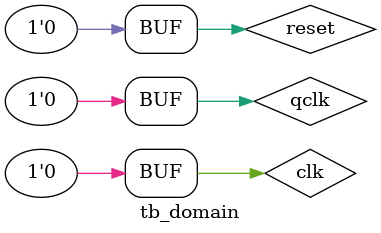
<source format=sv>
module tb_domain();

    logic clk, qclk;
    logic reset = 1'b0;
	logic [4:0] lfsr, d_out;

    lfsr d(.clk(clk),
            .rst(reset),
            .lfsr(lfsr));
						
	domain dd(.data(lfsr),
            .fast_clk(qclk),
            .slow_clk(clk),
            .d(d_out));
	
	
    initial begin
        clk = 1'b0;
        qclk = 1'b0;
    end

	task quick_cycle();
        #5 qclk = ~qclk; #5 qclk = ~qclk;
    endtask
	
    task clk_cycle();
        #10 clk = ~clk; #10 clk = ~clk;
    endtask

    initial begin
	clk_cycle();
	reset = 1'b1;
	clk_cycle();
	reset = 1'b0;
        repeat (30) begin
			clk_cycle();
		end
    end
	
	initial begin
        repeat (60) begin
			quick_cycle();
		end
    end


endmodule
</source>
